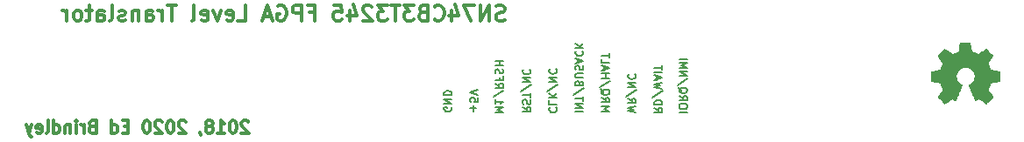
<source format=gbo>
G04 #@! TF.GenerationSoftware,KiCad,Pcbnew,5.1.7*
G04 #@! TF.CreationDate,2020-10-22T00:39:11+01:00*
G04 #@! TF.ProjectId,rc2014-icecore,72633230-3134-42d6-9963-65636f72652e,1*
G04 #@! TF.SameCoordinates,Original*
G04 #@! TF.FileFunction,Legend,Bot*
G04 #@! TF.FilePolarity,Positive*
%FSLAX46Y46*%
G04 Gerber Fmt 4.6, Leading zero omitted, Abs format (unit mm)*
G04 Created by KiCad (PCBNEW 5.1.7) date 2020-10-22 00:39:11*
%MOMM*%
%LPD*%
G01*
G04 APERTURE LIST*
%ADD10C,0.300000*%
%ADD11C,0.190500*%
%ADD12C,0.010000*%
G04 APERTURE END LIST*
D10*
X83142428Y-159985142D02*
X83085285Y-159928000D01*
X82971000Y-159870857D01*
X82685285Y-159870857D01*
X82571000Y-159928000D01*
X82513857Y-159985142D01*
X82456714Y-160099428D01*
X82456714Y-160213714D01*
X82513857Y-160385142D01*
X83199571Y-161070857D01*
X82456714Y-161070857D01*
X81713857Y-159870857D02*
X81599571Y-159870857D01*
X81485285Y-159928000D01*
X81428142Y-159985142D01*
X81371000Y-160099428D01*
X81313857Y-160328000D01*
X81313857Y-160613714D01*
X81371000Y-160842285D01*
X81428142Y-160956571D01*
X81485285Y-161013714D01*
X81599571Y-161070857D01*
X81713857Y-161070857D01*
X81828142Y-161013714D01*
X81885285Y-160956571D01*
X81942428Y-160842285D01*
X81999571Y-160613714D01*
X81999571Y-160328000D01*
X81942428Y-160099428D01*
X81885285Y-159985142D01*
X81828142Y-159928000D01*
X81713857Y-159870857D01*
X80171000Y-161070857D02*
X80856714Y-161070857D01*
X80513857Y-161070857D02*
X80513857Y-159870857D01*
X80628142Y-160042285D01*
X80742428Y-160156571D01*
X80856714Y-160213714D01*
X79485285Y-160385142D02*
X79599571Y-160328000D01*
X79656714Y-160270857D01*
X79713857Y-160156571D01*
X79713857Y-160099428D01*
X79656714Y-159985142D01*
X79599571Y-159928000D01*
X79485285Y-159870857D01*
X79256714Y-159870857D01*
X79142428Y-159928000D01*
X79085285Y-159985142D01*
X79028142Y-160099428D01*
X79028142Y-160156571D01*
X79085285Y-160270857D01*
X79142428Y-160328000D01*
X79256714Y-160385142D01*
X79485285Y-160385142D01*
X79599571Y-160442285D01*
X79656714Y-160499428D01*
X79713857Y-160613714D01*
X79713857Y-160842285D01*
X79656714Y-160956571D01*
X79599571Y-161013714D01*
X79485285Y-161070857D01*
X79256714Y-161070857D01*
X79142428Y-161013714D01*
X79085285Y-160956571D01*
X79028142Y-160842285D01*
X79028142Y-160613714D01*
X79085285Y-160499428D01*
X79142428Y-160442285D01*
X79256714Y-160385142D01*
X78456714Y-161013714D02*
X78456714Y-161070857D01*
X78513857Y-161185142D01*
X78571000Y-161242285D01*
X77085285Y-159985142D02*
X77028142Y-159928000D01*
X76913857Y-159870857D01*
X76628142Y-159870857D01*
X76513857Y-159928000D01*
X76456714Y-159985142D01*
X76399571Y-160099428D01*
X76399571Y-160213714D01*
X76456714Y-160385142D01*
X77142428Y-161070857D01*
X76399571Y-161070857D01*
X75656714Y-159870857D02*
X75542428Y-159870857D01*
X75428142Y-159928000D01*
X75371000Y-159985142D01*
X75313857Y-160099428D01*
X75256714Y-160328000D01*
X75256714Y-160613714D01*
X75313857Y-160842285D01*
X75371000Y-160956571D01*
X75428142Y-161013714D01*
X75542428Y-161070857D01*
X75656714Y-161070857D01*
X75771000Y-161013714D01*
X75828142Y-160956571D01*
X75885285Y-160842285D01*
X75942428Y-160613714D01*
X75942428Y-160328000D01*
X75885285Y-160099428D01*
X75828142Y-159985142D01*
X75771000Y-159928000D01*
X75656714Y-159870857D01*
X74799571Y-159985142D02*
X74742428Y-159928000D01*
X74628142Y-159870857D01*
X74342428Y-159870857D01*
X74228142Y-159928000D01*
X74171000Y-159985142D01*
X74113857Y-160099428D01*
X74113857Y-160213714D01*
X74171000Y-160385142D01*
X74856714Y-161070857D01*
X74113857Y-161070857D01*
X73371000Y-159870857D02*
X73256714Y-159870857D01*
X73142428Y-159928000D01*
X73085285Y-159985142D01*
X73028142Y-160099428D01*
X72971000Y-160328000D01*
X72971000Y-160613714D01*
X73028142Y-160842285D01*
X73085285Y-160956571D01*
X73142428Y-161013714D01*
X73256714Y-161070857D01*
X73371000Y-161070857D01*
X73485285Y-161013714D01*
X73542428Y-160956571D01*
X73599571Y-160842285D01*
X73656714Y-160613714D01*
X73656714Y-160328000D01*
X73599571Y-160099428D01*
X73542428Y-159985142D01*
X73485285Y-159928000D01*
X73371000Y-159870857D01*
X71542428Y-160442285D02*
X71142428Y-160442285D01*
X70971000Y-161070857D02*
X71542428Y-161070857D01*
X71542428Y-159870857D01*
X70971000Y-159870857D01*
X69942428Y-161070857D02*
X69942428Y-159870857D01*
X69942428Y-161013714D02*
X70056714Y-161070857D01*
X70285285Y-161070857D01*
X70399571Y-161013714D01*
X70456714Y-160956571D01*
X70513857Y-160842285D01*
X70513857Y-160499428D01*
X70456714Y-160385142D01*
X70399571Y-160328000D01*
X70285285Y-160270857D01*
X70056714Y-160270857D01*
X69942428Y-160328000D01*
X68056714Y-160442285D02*
X67885285Y-160499428D01*
X67828142Y-160556571D01*
X67771000Y-160670857D01*
X67771000Y-160842285D01*
X67828142Y-160956571D01*
X67885285Y-161013714D01*
X67999571Y-161070857D01*
X68456714Y-161070857D01*
X68456714Y-159870857D01*
X68056714Y-159870857D01*
X67942428Y-159928000D01*
X67885285Y-159985142D01*
X67828142Y-160099428D01*
X67828142Y-160213714D01*
X67885285Y-160328000D01*
X67942428Y-160385142D01*
X68056714Y-160442285D01*
X68456714Y-160442285D01*
X67256714Y-161070857D02*
X67256714Y-160270857D01*
X67256714Y-160499428D02*
X67199571Y-160385142D01*
X67142428Y-160328000D01*
X67028142Y-160270857D01*
X66913857Y-160270857D01*
X66513857Y-161070857D02*
X66513857Y-160270857D01*
X66513857Y-159870857D02*
X66571000Y-159928000D01*
X66513857Y-159985142D01*
X66456714Y-159928000D01*
X66513857Y-159870857D01*
X66513857Y-159985142D01*
X65942428Y-160270857D02*
X65942428Y-161070857D01*
X65942428Y-160385142D02*
X65885285Y-160328000D01*
X65771000Y-160270857D01*
X65599571Y-160270857D01*
X65485285Y-160328000D01*
X65428142Y-160442285D01*
X65428142Y-161070857D01*
X64342428Y-161070857D02*
X64342428Y-159870857D01*
X64342428Y-161013714D02*
X64456714Y-161070857D01*
X64685285Y-161070857D01*
X64799571Y-161013714D01*
X64856714Y-160956571D01*
X64913857Y-160842285D01*
X64913857Y-160499428D01*
X64856714Y-160385142D01*
X64799571Y-160328000D01*
X64685285Y-160270857D01*
X64456714Y-160270857D01*
X64342428Y-160328000D01*
X63599571Y-161070857D02*
X63713857Y-161013714D01*
X63771000Y-160899428D01*
X63771000Y-159870857D01*
X62685285Y-161013714D02*
X62799571Y-161070857D01*
X63028142Y-161070857D01*
X63142428Y-161013714D01*
X63199571Y-160899428D01*
X63199571Y-160442285D01*
X63142428Y-160328000D01*
X63028142Y-160270857D01*
X62799571Y-160270857D01*
X62685285Y-160328000D01*
X62628142Y-160442285D01*
X62628142Y-160556571D01*
X63199571Y-160670857D01*
X62228142Y-160270857D02*
X61942428Y-161070857D01*
X61656714Y-160270857D02*
X61942428Y-161070857D01*
X62056714Y-161356571D01*
X62113857Y-161413714D01*
X62228142Y-161470857D01*
D11*
X124750285Y-159058428D02*
X125512285Y-159058428D01*
X125512285Y-158550428D02*
X125512285Y-158405285D01*
X125476000Y-158332714D01*
X125403428Y-158260142D01*
X125258285Y-158223857D01*
X125004285Y-158223857D01*
X124859142Y-158260142D01*
X124786571Y-158332714D01*
X124750285Y-158405285D01*
X124750285Y-158550428D01*
X124786571Y-158623000D01*
X124859142Y-158695571D01*
X125004285Y-158731857D01*
X125258285Y-158731857D01*
X125403428Y-158695571D01*
X125476000Y-158623000D01*
X125512285Y-158550428D01*
X124750285Y-157461857D02*
X125113142Y-157715857D01*
X124750285Y-157897285D02*
X125512285Y-157897285D01*
X125512285Y-157607000D01*
X125476000Y-157534428D01*
X125439714Y-157498142D01*
X125367142Y-157461857D01*
X125258285Y-157461857D01*
X125185714Y-157498142D01*
X125149428Y-157534428D01*
X125113142Y-157607000D01*
X125113142Y-157897285D01*
X124677714Y-156627285D02*
X124714000Y-156699857D01*
X124786571Y-156772428D01*
X124895428Y-156881285D01*
X124931714Y-156953857D01*
X124931714Y-157026428D01*
X124750285Y-156990142D02*
X124786571Y-157062714D01*
X124859142Y-157135285D01*
X125004285Y-157171571D01*
X125258285Y-157171571D01*
X125403428Y-157135285D01*
X125476000Y-157062714D01*
X125512285Y-156990142D01*
X125512285Y-156845000D01*
X125476000Y-156772428D01*
X125403428Y-156699857D01*
X125258285Y-156663571D01*
X125004285Y-156663571D01*
X124859142Y-156699857D01*
X124786571Y-156772428D01*
X124750285Y-156845000D01*
X124750285Y-156990142D01*
X125548571Y-155792714D02*
X124568857Y-156445857D01*
X124750285Y-155538714D02*
X125512285Y-155538714D01*
X124750285Y-155103285D01*
X125512285Y-155103285D01*
X124750285Y-154740428D02*
X125512285Y-154740428D01*
X124968000Y-154486428D01*
X125512285Y-154232428D01*
X124750285Y-154232428D01*
X124750285Y-153869571D02*
X125512285Y-153869571D01*
X122337285Y-158623000D02*
X122700142Y-158877000D01*
X122337285Y-159058428D02*
X123099285Y-159058428D01*
X123099285Y-158768142D01*
X123063000Y-158695571D01*
X123026714Y-158659285D01*
X122954142Y-158623000D01*
X122845285Y-158623000D01*
X122772714Y-158659285D01*
X122736428Y-158695571D01*
X122700142Y-158768142D01*
X122700142Y-159058428D01*
X122337285Y-158296428D02*
X123099285Y-158296428D01*
X123099285Y-158115000D01*
X123063000Y-158006142D01*
X122990428Y-157933571D01*
X122917857Y-157897285D01*
X122772714Y-157861000D01*
X122663857Y-157861000D01*
X122518714Y-157897285D01*
X122446142Y-157933571D01*
X122373571Y-158006142D01*
X122337285Y-158115000D01*
X122337285Y-158296428D01*
X123135571Y-156990142D02*
X122155857Y-157643285D01*
X123099285Y-156808714D02*
X122337285Y-156627285D01*
X122881571Y-156482142D01*
X122337285Y-156337000D01*
X123099285Y-156155571D01*
X122555000Y-155901571D02*
X122555000Y-155538714D01*
X122337285Y-155974142D02*
X123099285Y-155720142D01*
X122337285Y-155466142D01*
X122337285Y-155212142D02*
X123099285Y-155212142D01*
X123099285Y-154958142D02*
X123099285Y-154522714D01*
X122337285Y-154740428D02*
X123099285Y-154740428D01*
X120559285Y-159112857D02*
X119797285Y-158931428D01*
X120341571Y-158786285D01*
X119797285Y-158641142D01*
X120559285Y-158459714D01*
X119797285Y-157734000D02*
X120160142Y-157988000D01*
X119797285Y-158169428D02*
X120559285Y-158169428D01*
X120559285Y-157879142D01*
X120523000Y-157806571D01*
X120486714Y-157770285D01*
X120414142Y-157734000D01*
X120305285Y-157734000D01*
X120232714Y-157770285D01*
X120196428Y-157806571D01*
X120160142Y-157879142D01*
X120160142Y-158169428D01*
X120595571Y-156863142D02*
X119615857Y-157516285D01*
X119797285Y-156609142D02*
X120559285Y-156609142D01*
X119797285Y-156173714D01*
X120559285Y-156173714D01*
X119869857Y-155375428D02*
X119833571Y-155411714D01*
X119797285Y-155520571D01*
X119797285Y-155593142D01*
X119833571Y-155702000D01*
X119906142Y-155774571D01*
X119978714Y-155810857D01*
X120123857Y-155847142D01*
X120232714Y-155847142D01*
X120377857Y-155810857D01*
X120450428Y-155774571D01*
X120523000Y-155702000D01*
X120559285Y-155593142D01*
X120559285Y-155520571D01*
X120523000Y-155411714D01*
X120486714Y-155375428D01*
X117257285Y-158967714D02*
X118019285Y-158967714D01*
X117475000Y-158713714D01*
X118019285Y-158459714D01*
X117257285Y-158459714D01*
X117257285Y-157661428D02*
X117620142Y-157915428D01*
X117257285Y-158096857D02*
X118019285Y-158096857D01*
X118019285Y-157806571D01*
X117983000Y-157734000D01*
X117946714Y-157697714D01*
X117874142Y-157661428D01*
X117765285Y-157661428D01*
X117692714Y-157697714D01*
X117656428Y-157734000D01*
X117620142Y-157806571D01*
X117620142Y-158096857D01*
X117184714Y-156826857D02*
X117221000Y-156899428D01*
X117293571Y-156972000D01*
X117402428Y-157080857D01*
X117438714Y-157153428D01*
X117438714Y-157226000D01*
X117257285Y-157189714D02*
X117293571Y-157262285D01*
X117366142Y-157334857D01*
X117511285Y-157371142D01*
X117765285Y-157371142D01*
X117910428Y-157334857D01*
X117983000Y-157262285D01*
X118019285Y-157189714D01*
X118019285Y-157044571D01*
X117983000Y-156972000D01*
X117910428Y-156899428D01*
X117765285Y-156863142D01*
X117511285Y-156863142D01*
X117366142Y-156899428D01*
X117293571Y-156972000D01*
X117257285Y-157044571D01*
X117257285Y-157189714D01*
X118055571Y-155992285D02*
X117075857Y-156645428D01*
X117257285Y-155738285D02*
X118019285Y-155738285D01*
X117656428Y-155738285D02*
X117656428Y-155302857D01*
X117257285Y-155302857D02*
X118019285Y-155302857D01*
X117475000Y-154976285D02*
X117475000Y-154613428D01*
X117257285Y-155048857D02*
X118019285Y-154794857D01*
X117257285Y-154540857D01*
X117257285Y-153924000D02*
X117257285Y-154286857D01*
X118019285Y-154286857D01*
X118019285Y-153778857D02*
X118019285Y-153343428D01*
X117257285Y-153561142D02*
X118019285Y-153561142D01*
X114717285Y-159022142D02*
X115479285Y-159022142D01*
X114717285Y-158659285D02*
X115479285Y-158659285D01*
X114717285Y-158223857D01*
X115479285Y-158223857D01*
X115479285Y-157969857D02*
X115479285Y-157534428D01*
X114717285Y-157752142D02*
X115479285Y-157752142D01*
X115515571Y-156736142D02*
X114535857Y-157389285D01*
X115116428Y-156228142D02*
X115080142Y-156119285D01*
X115043857Y-156083000D01*
X114971285Y-156046714D01*
X114862428Y-156046714D01*
X114789857Y-156083000D01*
X114753571Y-156119285D01*
X114717285Y-156191857D01*
X114717285Y-156482142D01*
X115479285Y-156482142D01*
X115479285Y-156228142D01*
X115443000Y-156155571D01*
X115406714Y-156119285D01*
X115334142Y-156083000D01*
X115261571Y-156083000D01*
X115189000Y-156119285D01*
X115152714Y-156155571D01*
X115116428Y-156228142D01*
X115116428Y-156482142D01*
X115479285Y-155720142D02*
X114862428Y-155720142D01*
X114789857Y-155683857D01*
X114753571Y-155647571D01*
X114717285Y-155575000D01*
X114717285Y-155429857D01*
X114753571Y-155357285D01*
X114789857Y-155321000D01*
X114862428Y-155284714D01*
X115479285Y-155284714D01*
X114753571Y-154958142D02*
X114717285Y-154849285D01*
X114717285Y-154667857D01*
X114753571Y-154595285D01*
X114789857Y-154559000D01*
X114862428Y-154522714D01*
X114935000Y-154522714D01*
X115007571Y-154559000D01*
X115043857Y-154595285D01*
X115080142Y-154667857D01*
X115116428Y-154813000D01*
X115152714Y-154885571D01*
X115189000Y-154921857D01*
X115261571Y-154958142D01*
X115334142Y-154958142D01*
X115406714Y-154921857D01*
X115443000Y-154885571D01*
X115479285Y-154813000D01*
X115479285Y-154631571D01*
X115443000Y-154522714D01*
X114935000Y-154232428D02*
X114935000Y-153869571D01*
X114717285Y-154305000D02*
X115479285Y-154051000D01*
X114717285Y-153797000D01*
X114789857Y-153107571D02*
X114753571Y-153143857D01*
X114717285Y-153252714D01*
X114717285Y-153325285D01*
X114753571Y-153434142D01*
X114826142Y-153506714D01*
X114898714Y-153543000D01*
X115043857Y-153579285D01*
X115152714Y-153579285D01*
X115297857Y-153543000D01*
X115370428Y-153506714D01*
X115443000Y-153434142D01*
X115479285Y-153325285D01*
X115479285Y-153252714D01*
X115443000Y-153143857D01*
X115406714Y-153107571D01*
X114717285Y-152781000D02*
X115479285Y-152781000D01*
X114717285Y-152345571D02*
X115152714Y-152672142D01*
X115479285Y-152345571D02*
X115043857Y-152781000D01*
X112249857Y-158604857D02*
X112213571Y-158641142D01*
X112177285Y-158750000D01*
X112177285Y-158822571D01*
X112213571Y-158931428D01*
X112286142Y-159004000D01*
X112358714Y-159040285D01*
X112503857Y-159076571D01*
X112612714Y-159076571D01*
X112757857Y-159040285D01*
X112830428Y-159004000D01*
X112903000Y-158931428D01*
X112939285Y-158822571D01*
X112939285Y-158750000D01*
X112903000Y-158641142D01*
X112866714Y-158604857D01*
X112177285Y-157915428D02*
X112177285Y-158278285D01*
X112939285Y-158278285D01*
X112177285Y-157661428D02*
X112939285Y-157661428D01*
X112177285Y-157226000D02*
X112612714Y-157552571D01*
X112939285Y-157226000D02*
X112503857Y-157661428D01*
X112975571Y-156355142D02*
X111995857Y-157008285D01*
X112177285Y-156101142D02*
X112939285Y-156101142D01*
X112177285Y-155665714D01*
X112939285Y-155665714D01*
X112249857Y-154867428D02*
X112213571Y-154903714D01*
X112177285Y-155012571D01*
X112177285Y-155085142D01*
X112213571Y-155194000D01*
X112286142Y-155266571D01*
X112358714Y-155302857D01*
X112503857Y-155339142D01*
X112612714Y-155339142D01*
X112757857Y-155302857D01*
X112830428Y-155266571D01*
X112903000Y-155194000D01*
X112939285Y-155085142D01*
X112939285Y-155012571D01*
X112903000Y-154903714D01*
X112866714Y-154867428D01*
X109637285Y-158568571D02*
X110000142Y-158822571D01*
X109637285Y-159004000D02*
X110399285Y-159004000D01*
X110399285Y-158713714D01*
X110363000Y-158641142D01*
X110326714Y-158604857D01*
X110254142Y-158568571D01*
X110145285Y-158568571D01*
X110072714Y-158604857D01*
X110036428Y-158641142D01*
X110000142Y-158713714D01*
X110000142Y-159004000D01*
X109673571Y-158278285D02*
X109637285Y-158169428D01*
X109637285Y-157988000D01*
X109673571Y-157915428D01*
X109709857Y-157879142D01*
X109782428Y-157842857D01*
X109855000Y-157842857D01*
X109927571Y-157879142D01*
X109963857Y-157915428D01*
X110000142Y-157988000D01*
X110036428Y-158133142D01*
X110072714Y-158205714D01*
X110109000Y-158242000D01*
X110181571Y-158278285D01*
X110254142Y-158278285D01*
X110326714Y-158242000D01*
X110363000Y-158205714D01*
X110399285Y-158133142D01*
X110399285Y-157951714D01*
X110363000Y-157842857D01*
X110399285Y-157625142D02*
X110399285Y-157189714D01*
X109637285Y-157407428D02*
X110399285Y-157407428D01*
X110435571Y-156391428D02*
X109455857Y-157044571D01*
X109637285Y-156137428D02*
X110399285Y-156137428D01*
X109637285Y-155702000D01*
X110399285Y-155702000D01*
X109709857Y-154903714D02*
X109673571Y-154940000D01*
X109637285Y-155048857D01*
X109637285Y-155121428D01*
X109673571Y-155230285D01*
X109746142Y-155302857D01*
X109818714Y-155339142D01*
X109963857Y-155375428D01*
X110072714Y-155375428D01*
X110217857Y-155339142D01*
X110290428Y-155302857D01*
X110363000Y-155230285D01*
X110399285Y-155121428D01*
X110399285Y-155048857D01*
X110363000Y-154940000D01*
X110326714Y-154903714D01*
X106970285Y-159076571D02*
X107732285Y-159076571D01*
X107188000Y-158822571D01*
X107732285Y-158568571D01*
X106970285Y-158568571D01*
X106970285Y-157806571D02*
X106970285Y-158242000D01*
X106970285Y-158024285D02*
X107732285Y-158024285D01*
X107623428Y-158096857D01*
X107550857Y-158169428D01*
X107514571Y-158242000D01*
X107768571Y-156935714D02*
X106788857Y-157588857D01*
X106970285Y-156246285D02*
X107333142Y-156500285D01*
X106970285Y-156681714D02*
X107732285Y-156681714D01*
X107732285Y-156391428D01*
X107696000Y-156318857D01*
X107659714Y-156282571D01*
X107587142Y-156246285D01*
X107478285Y-156246285D01*
X107405714Y-156282571D01*
X107369428Y-156318857D01*
X107333142Y-156391428D01*
X107333142Y-156681714D01*
X107369428Y-155665714D02*
X107369428Y-155919714D01*
X106970285Y-155919714D02*
X107732285Y-155919714D01*
X107732285Y-155556857D01*
X107006571Y-155302857D02*
X106970285Y-155194000D01*
X106970285Y-155012571D01*
X107006571Y-154940000D01*
X107042857Y-154903714D01*
X107115428Y-154867428D01*
X107188000Y-154867428D01*
X107260571Y-154903714D01*
X107296857Y-154940000D01*
X107333142Y-155012571D01*
X107369428Y-155157714D01*
X107405714Y-155230285D01*
X107442000Y-155266571D01*
X107514571Y-155302857D01*
X107587142Y-155302857D01*
X107659714Y-155266571D01*
X107696000Y-155230285D01*
X107732285Y-155157714D01*
X107732285Y-154976285D01*
X107696000Y-154867428D01*
X106970285Y-154540857D02*
X107732285Y-154540857D01*
X107369428Y-154540857D02*
X107369428Y-154105428D01*
X106970285Y-154105428D02*
X107732285Y-154105428D01*
X102743000Y-158568571D02*
X102779285Y-158641142D01*
X102779285Y-158750000D01*
X102743000Y-158858857D01*
X102670428Y-158931428D01*
X102597857Y-158967714D01*
X102452714Y-159004000D01*
X102343857Y-159004000D01*
X102198714Y-158967714D01*
X102126142Y-158931428D01*
X102053571Y-158858857D01*
X102017285Y-158750000D01*
X102017285Y-158677428D01*
X102053571Y-158568571D01*
X102089857Y-158532285D01*
X102343857Y-158532285D01*
X102343857Y-158677428D01*
X102017285Y-158205714D02*
X102779285Y-158205714D01*
X102017285Y-157770285D01*
X102779285Y-157770285D01*
X102017285Y-157407428D02*
X102779285Y-157407428D01*
X102779285Y-157226000D01*
X102743000Y-157117142D01*
X102670428Y-157044571D01*
X102597857Y-157008285D01*
X102452714Y-156972000D01*
X102343857Y-156972000D01*
X102198714Y-157008285D01*
X102126142Y-157044571D01*
X102053571Y-157117142D01*
X102017285Y-157226000D01*
X102017285Y-157407428D01*
X104847571Y-158967714D02*
X104847571Y-158387142D01*
X104557285Y-158677428D02*
X105137857Y-158677428D01*
X105319285Y-157661428D02*
X105319285Y-158024285D01*
X104956428Y-158060571D01*
X104992714Y-158024285D01*
X105029000Y-157951714D01*
X105029000Y-157770285D01*
X104992714Y-157697714D01*
X104956428Y-157661428D01*
X104883857Y-157625142D01*
X104702428Y-157625142D01*
X104629857Y-157661428D01*
X104593571Y-157697714D01*
X104557285Y-157770285D01*
X104557285Y-157951714D01*
X104593571Y-158024285D01*
X104629857Y-158060571D01*
X105319285Y-157407428D02*
X104557285Y-157153428D01*
X105319285Y-156899428D01*
D10*
X107899714Y-150086142D02*
X107685428Y-150157571D01*
X107328285Y-150157571D01*
X107185428Y-150086142D01*
X107114000Y-150014714D01*
X107042571Y-149871857D01*
X107042571Y-149729000D01*
X107114000Y-149586142D01*
X107185428Y-149514714D01*
X107328285Y-149443285D01*
X107614000Y-149371857D01*
X107756857Y-149300428D01*
X107828285Y-149229000D01*
X107899714Y-149086142D01*
X107899714Y-148943285D01*
X107828285Y-148800428D01*
X107756857Y-148729000D01*
X107614000Y-148657571D01*
X107256857Y-148657571D01*
X107042571Y-148729000D01*
X106399714Y-150157571D02*
X106399714Y-148657571D01*
X105542571Y-150157571D01*
X105542571Y-148657571D01*
X104971142Y-148657571D02*
X103971142Y-148657571D01*
X104614000Y-150157571D01*
X102756857Y-149157571D02*
X102756857Y-150157571D01*
X103114000Y-148586142D02*
X103471142Y-149657571D01*
X102542571Y-149657571D01*
X101114000Y-150014714D02*
X101185428Y-150086142D01*
X101399714Y-150157571D01*
X101542571Y-150157571D01*
X101756857Y-150086142D01*
X101899714Y-149943285D01*
X101971142Y-149800428D01*
X102042571Y-149514714D01*
X102042571Y-149300428D01*
X101971142Y-149014714D01*
X101899714Y-148871857D01*
X101756857Y-148729000D01*
X101542571Y-148657571D01*
X101399714Y-148657571D01*
X101185428Y-148729000D01*
X101114000Y-148800428D01*
X99971142Y-149371857D02*
X99756857Y-149443285D01*
X99685428Y-149514714D01*
X99614000Y-149657571D01*
X99614000Y-149871857D01*
X99685428Y-150014714D01*
X99756857Y-150086142D01*
X99899714Y-150157571D01*
X100471142Y-150157571D01*
X100471142Y-148657571D01*
X99971142Y-148657571D01*
X99828285Y-148729000D01*
X99756857Y-148800428D01*
X99685428Y-148943285D01*
X99685428Y-149086142D01*
X99756857Y-149229000D01*
X99828285Y-149300428D01*
X99971142Y-149371857D01*
X100471142Y-149371857D01*
X99114000Y-148657571D02*
X98185428Y-148657571D01*
X98685428Y-149229000D01*
X98471142Y-149229000D01*
X98328285Y-149300428D01*
X98256857Y-149371857D01*
X98185428Y-149514714D01*
X98185428Y-149871857D01*
X98256857Y-150014714D01*
X98328285Y-150086142D01*
X98471142Y-150157571D01*
X98899714Y-150157571D01*
X99042571Y-150086142D01*
X99114000Y-150014714D01*
X97756857Y-148657571D02*
X96899714Y-148657571D01*
X97328285Y-150157571D02*
X97328285Y-148657571D01*
X96542571Y-148657571D02*
X95614000Y-148657571D01*
X96114000Y-149229000D01*
X95899714Y-149229000D01*
X95756857Y-149300428D01*
X95685428Y-149371857D01*
X95614000Y-149514714D01*
X95614000Y-149871857D01*
X95685428Y-150014714D01*
X95756857Y-150086142D01*
X95899714Y-150157571D01*
X96328285Y-150157571D01*
X96471142Y-150086142D01*
X96542571Y-150014714D01*
X95042571Y-148800428D02*
X94971142Y-148729000D01*
X94828285Y-148657571D01*
X94471142Y-148657571D01*
X94328285Y-148729000D01*
X94256857Y-148800428D01*
X94185428Y-148943285D01*
X94185428Y-149086142D01*
X94256857Y-149300428D01*
X95114000Y-150157571D01*
X94185428Y-150157571D01*
X92899714Y-149157571D02*
X92899714Y-150157571D01*
X93256857Y-148586142D02*
X93614000Y-149657571D01*
X92685428Y-149657571D01*
X91399714Y-148657571D02*
X92114000Y-148657571D01*
X92185428Y-149371857D01*
X92114000Y-149300428D01*
X91971142Y-149229000D01*
X91614000Y-149229000D01*
X91471142Y-149300428D01*
X91399714Y-149371857D01*
X91328285Y-149514714D01*
X91328285Y-149871857D01*
X91399714Y-150014714D01*
X91471142Y-150086142D01*
X91614000Y-150157571D01*
X91971142Y-150157571D01*
X92114000Y-150086142D01*
X92185428Y-150014714D01*
X89042571Y-149371857D02*
X89542571Y-149371857D01*
X89542571Y-150157571D02*
X89542571Y-148657571D01*
X88828285Y-148657571D01*
X88256857Y-150157571D02*
X88256857Y-148657571D01*
X87685428Y-148657571D01*
X87542571Y-148729000D01*
X87471142Y-148800428D01*
X87399714Y-148943285D01*
X87399714Y-149157571D01*
X87471142Y-149300428D01*
X87542571Y-149371857D01*
X87685428Y-149443285D01*
X88256857Y-149443285D01*
X85971142Y-148729000D02*
X86114000Y-148657571D01*
X86328285Y-148657571D01*
X86542571Y-148729000D01*
X86685428Y-148871857D01*
X86756857Y-149014714D01*
X86828285Y-149300428D01*
X86828285Y-149514714D01*
X86756857Y-149800428D01*
X86685428Y-149943285D01*
X86542571Y-150086142D01*
X86328285Y-150157571D01*
X86185428Y-150157571D01*
X85971142Y-150086142D01*
X85899714Y-150014714D01*
X85899714Y-149514714D01*
X86185428Y-149514714D01*
X85328285Y-149729000D02*
X84614000Y-149729000D01*
X85471142Y-150157571D02*
X84971142Y-148657571D01*
X84471142Y-150157571D01*
X82114000Y-150157571D02*
X82828285Y-150157571D01*
X82828285Y-148657571D01*
X81042571Y-150086142D02*
X81185428Y-150157571D01*
X81471142Y-150157571D01*
X81614000Y-150086142D01*
X81685428Y-149943285D01*
X81685428Y-149371857D01*
X81614000Y-149229000D01*
X81471142Y-149157571D01*
X81185428Y-149157571D01*
X81042571Y-149229000D01*
X80971142Y-149371857D01*
X80971142Y-149514714D01*
X81685428Y-149657571D01*
X80471142Y-149157571D02*
X80114000Y-150157571D01*
X79756857Y-149157571D01*
X78614000Y-150086142D02*
X78756857Y-150157571D01*
X79042571Y-150157571D01*
X79185428Y-150086142D01*
X79256857Y-149943285D01*
X79256857Y-149371857D01*
X79185428Y-149229000D01*
X79042571Y-149157571D01*
X78756857Y-149157571D01*
X78614000Y-149229000D01*
X78542571Y-149371857D01*
X78542571Y-149514714D01*
X79256857Y-149657571D01*
X77685428Y-150157571D02*
X77828285Y-150086142D01*
X77899714Y-149943285D01*
X77899714Y-148657571D01*
X76185428Y-148657571D02*
X75328285Y-148657571D01*
X75756857Y-150157571D02*
X75756857Y-148657571D01*
X74828285Y-150157571D02*
X74828285Y-149157571D01*
X74828285Y-149443285D02*
X74756857Y-149300428D01*
X74685428Y-149229000D01*
X74542571Y-149157571D01*
X74399714Y-149157571D01*
X73256857Y-150157571D02*
X73256857Y-149371857D01*
X73328285Y-149229000D01*
X73471142Y-149157571D01*
X73756857Y-149157571D01*
X73899714Y-149229000D01*
X73256857Y-150086142D02*
X73399714Y-150157571D01*
X73756857Y-150157571D01*
X73899714Y-150086142D01*
X73971142Y-149943285D01*
X73971142Y-149800428D01*
X73899714Y-149657571D01*
X73756857Y-149586142D01*
X73399714Y-149586142D01*
X73256857Y-149514714D01*
X72542571Y-149157571D02*
X72542571Y-150157571D01*
X72542571Y-149300428D02*
X72471142Y-149229000D01*
X72328285Y-149157571D01*
X72114000Y-149157571D01*
X71971142Y-149229000D01*
X71899714Y-149371857D01*
X71899714Y-150157571D01*
X71256857Y-150086142D02*
X71114000Y-150157571D01*
X70828285Y-150157571D01*
X70685428Y-150086142D01*
X70614000Y-149943285D01*
X70614000Y-149871857D01*
X70685428Y-149729000D01*
X70828285Y-149657571D01*
X71042571Y-149657571D01*
X71185428Y-149586142D01*
X71256857Y-149443285D01*
X71256857Y-149371857D01*
X71185428Y-149229000D01*
X71042571Y-149157571D01*
X70828285Y-149157571D01*
X70685428Y-149229000D01*
X69756857Y-150157571D02*
X69899714Y-150086142D01*
X69971142Y-149943285D01*
X69971142Y-148657571D01*
X68542571Y-150157571D02*
X68542571Y-149371857D01*
X68614000Y-149229000D01*
X68756857Y-149157571D01*
X69042571Y-149157571D01*
X69185428Y-149229000D01*
X68542571Y-150086142D02*
X68685428Y-150157571D01*
X69042571Y-150157571D01*
X69185428Y-150086142D01*
X69256857Y-149943285D01*
X69256857Y-149800428D01*
X69185428Y-149657571D01*
X69042571Y-149586142D01*
X68685428Y-149586142D01*
X68542571Y-149514714D01*
X68042571Y-149157571D02*
X67471142Y-149157571D01*
X67828285Y-148657571D02*
X67828285Y-149943285D01*
X67756857Y-150086142D01*
X67614000Y-150157571D01*
X67471142Y-150157571D01*
X66756857Y-150157571D02*
X66899714Y-150086142D01*
X66971142Y-150014714D01*
X67042571Y-149871857D01*
X67042571Y-149443285D01*
X66971142Y-149300428D01*
X66899714Y-149229000D01*
X66756857Y-149157571D01*
X66542571Y-149157571D01*
X66399714Y-149229000D01*
X66328285Y-149300428D01*
X66256857Y-149443285D01*
X66256857Y-149871857D01*
X66328285Y-150014714D01*
X66399714Y-150086142D01*
X66542571Y-150157571D01*
X66756857Y-150157571D01*
X65614000Y-150157571D02*
X65614000Y-149157571D01*
X65614000Y-149443285D02*
X65542571Y-149300428D01*
X65471142Y-149229000D01*
X65328285Y-149157571D01*
X65185428Y-149157571D01*
D12*
G36*
X151818786Y-152713731D02*
G01*
X151734965Y-153158355D01*
X151425680Y-153285853D01*
X151116394Y-153413351D01*
X150745354Y-153161046D01*
X150641443Y-153090796D01*
X150547513Y-153028072D01*
X150467948Y-152975738D01*
X150407130Y-152936657D01*
X150369443Y-152913693D01*
X150359179Y-152908742D01*
X150340690Y-152921476D01*
X150301180Y-152956682D01*
X150245078Y-153009862D01*
X150176813Y-153076518D01*
X150100814Y-153152154D01*
X150021508Y-153232272D01*
X149943325Y-153312374D01*
X149870693Y-153387964D01*
X149808041Y-153454545D01*
X149759797Y-153507618D01*
X149730390Y-153542687D01*
X149723359Y-153554423D01*
X149733477Y-153576060D01*
X149761841Y-153623462D01*
X149805471Y-153691993D01*
X149861382Y-153777015D01*
X149926594Y-153873893D01*
X149964381Y-153929150D01*
X150033257Y-154030048D01*
X150094460Y-154121099D01*
X150145022Y-154197770D01*
X150181972Y-154255528D01*
X150202342Y-154289843D01*
X150205403Y-154297054D01*
X150198464Y-154317548D01*
X150179549Y-154365313D01*
X150151513Y-154433632D01*
X150117209Y-154515789D01*
X150079491Y-154605070D01*
X150041213Y-154694758D01*
X150005230Y-154778138D01*
X149974394Y-154848494D01*
X149951561Y-154899110D01*
X149939583Y-154923271D01*
X149938876Y-154924222D01*
X149920069Y-154928836D01*
X149869982Y-154939128D01*
X149793807Y-154954087D01*
X149696735Y-154972701D01*
X149583957Y-154993959D01*
X149518158Y-155006218D01*
X149397650Y-155029162D01*
X149288803Y-155050995D01*
X149197124Y-155070522D01*
X149128119Y-155086548D01*
X149087296Y-155097879D01*
X149079089Y-155101474D01*
X149071052Y-155125806D01*
X149064567Y-155180759D01*
X149059630Y-155259908D01*
X149056236Y-155356826D01*
X149054382Y-155465087D01*
X149054062Y-155578265D01*
X149055273Y-155689935D01*
X149058010Y-155793668D01*
X149062269Y-155883041D01*
X149068045Y-155951626D01*
X149075333Y-155992997D01*
X149079705Y-156001610D01*
X149105836Y-156011933D01*
X149161207Y-156026692D01*
X149238493Y-156044152D01*
X149330370Y-156062580D01*
X149362442Y-156068541D01*
X149517076Y-156096866D01*
X149639225Y-156119676D01*
X149732927Y-156137880D01*
X149802216Y-156152383D01*
X149851129Y-156164092D01*
X149883703Y-156173915D01*
X149903972Y-156182756D01*
X149915974Y-156191524D01*
X149917653Y-156193257D01*
X149934416Y-156221171D01*
X149959986Y-156275495D01*
X149991812Y-156349577D01*
X150027340Y-156436765D01*
X150064017Y-156530408D01*
X150099289Y-156623852D01*
X150130604Y-156710447D01*
X150155407Y-156783540D01*
X150171146Y-156836478D01*
X150175268Y-156862611D01*
X150174924Y-156863526D01*
X150160959Y-156884886D01*
X150129278Y-156931884D01*
X150083209Y-156999627D01*
X150026082Y-157083223D01*
X149961227Y-157177782D01*
X149942757Y-157204654D01*
X149876901Y-157302075D01*
X149818950Y-157390963D01*
X149772062Y-157466212D01*
X149739393Y-157522720D01*
X149724100Y-157555381D01*
X149723359Y-157559393D01*
X149736208Y-157580484D01*
X149771712Y-157622264D01*
X149825307Y-157680245D01*
X149892429Y-157749935D01*
X149968513Y-157826845D01*
X150048996Y-157906483D01*
X150129313Y-157984361D01*
X150204901Y-158055986D01*
X150271195Y-158116870D01*
X150323631Y-158162521D01*
X150357645Y-158188450D01*
X150367055Y-158192683D01*
X150388957Y-158182712D01*
X150433800Y-158155820D01*
X150494279Y-158116536D01*
X150540811Y-158084917D01*
X150625125Y-158026898D01*
X150724974Y-157958584D01*
X150825127Y-157890379D01*
X150878973Y-157853875D01*
X151061229Y-157730600D01*
X151214219Y-157813320D01*
X151283918Y-157849559D01*
X151343186Y-157877726D01*
X151383289Y-157893791D01*
X151393497Y-157896026D01*
X151405771Y-157879522D01*
X151429987Y-157832882D01*
X151464337Y-157760409D01*
X151507012Y-157666406D01*
X151556206Y-157555174D01*
X151610110Y-157431015D01*
X151666916Y-157298232D01*
X151724818Y-157161127D01*
X151782007Y-157024002D01*
X151836676Y-156891158D01*
X151887016Y-156766898D01*
X151931220Y-156655525D01*
X151967481Y-156561339D01*
X151993991Y-156488644D01*
X152008942Y-156441741D01*
X152011346Y-156425633D01*
X151992289Y-156405086D01*
X151950564Y-156371733D01*
X151894894Y-156332502D01*
X151890222Y-156329399D01*
X151746336Y-156214223D01*
X151630317Y-156079853D01*
X151543170Y-155930584D01*
X151485901Y-155770713D01*
X151459514Y-155604537D01*
X151465015Y-155436352D01*
X151503410Y-155270455D01*
X151575705Y-155111142D01*
X151596974Y-155076287D01*
X151707604Y-154935537D01*
X151838298Y-154822514D01*
X151984536Y-154737803D01*
X152141792Y-154681994D01*
X152305543Y-154655674D01*
X152471267Y-154659430D01*
X152634438Y-154693850D01*
X152790535Y-154759523D01*
X152935033Y-154857035D01*
X152979731Y-154896613D01*
X153093488Y-155020503D01*
X153176382Y-155150924D01*
X153233244Y-155297115D01*
X153264913Y-155441888D01*
X153272731Y-155604660D01*
X153246662Y-155768240D01*
X153189355Y-155927098D01*
X153103456Y-156075706D01*
X152991614Y-156208535D01*
X152856477Y-156320056D01*
X152838717Y-156331811D01*
X152782450Y-156370308D01*
X152739677Y-156403663D01*
X152719228Y-156424960D01*
X152718931Y-156425633D01*
X152723321Y-156448671D01*
X152740724Y-156500957D01*
X152769332Y-156578190D01*
X152807335Y-156676068D01*
X152852926Y-156790291D01*
X152904297Y-156916558D01*
X152959638Y-157050567D01*
X153017142Y-157188018D01*
X153074999Y-157324608D01*
X153131402Y-157456037D01*
X153184542Y-157578005D01*
X153232610Y-157686209D01*
X153273799Y-157776349D01*
X153306299Y-157844123D01*
X153328303Y-157885230D01*
X153337164Y-157896026D01*
X153364240Y-157887619D01*
X153414903Y-157865072D01*
X153480417Y-157832413D01*
X153516441Y-157813320D01*
X153669432Y-157730600D01*
X153851688Y-157853875D01*
X153944725Y-157917028D01*
X154046585Y-157986527D01*
X154142038Y-158051965D01*
X154189850Y-158084917D01*
X154257095Y-158130073D01*
X154314036Y-158165857D01*
X154353246Y-158187738D01*
X154365981Y-158192363D01*
X154384517Y-158179885D01*
X154425541Y-158145052D01*
X154485075Y-158091478D01*
X154559142Y-158022783D01*
X154643765Y-157942581D01*
X154697285Y-157891086D01*
X154790919Y-157799086D01*
X154871841Y-157716799D01*
X154936777Y-157647745D01*
X154982458Y-157595444D01*
X155005611Y-157563416D01*
X155007832Y-157556916D01*
X154997524Y-157532194D01*
X154969039Y-157482205D01*
X154925537Y-157412012D01*
X154870177Y-157326675D01*
X154806120Y-157231256D01*
X154787903Y-157204654D01*
X154721527Y-157107967D01*
X154661978Y-157020917D01*
X154612584Y-156948395D01*
X154576675Y-156895293D01*
X154557581Y-156866503D01*
X154555736Y-156863526D01*
X154558495Y-156840582D01*
X154573138Y-156790136D01*
X154597113Y-156718841D01*
X154627866Y-156633347D01*
X154662844Y-156540307D01*
X154699493Y-156446374D01*
X154735261Y-156358199D01*
X154767594Y-156282434D01*
X154793938Y-156225731D01*
X154811742Y-156194743D01*
X154813007Y-156193257D01*
X154823894Y-156184401D01*
X154842282Y-156175643D01*
X154872206Y-156166077D01*
X154917703Y-156154796D01*
X154982809Y-156140893D01*
X155071561Y-156123463D01*
X155187993Y-156101598D01*
X155336142Y-156074391D01*
X155368218Y-156068541D01*
X155463286Y-156050174D01*
X155546165Y-156032205D01*
X155609530Y-156016369D01*
X155646058Y-156004400D01*
X155650956Y-156001610D01*
X155659027Y-155976872D01*
X155665587Y-155921590D01*
X155670633Y-155842189D01*
X155674159Y-155745096D01*
X155676161Y-155636738D01*
X155676636Y-155523540D01*
X155675577Y-155411928D01*
X155672982Y-155308329D01*
X155668846Y-155219168D01*
X155663163Y-155150872D01*
X155655931Y-155109866D01*
X155651571Y-155101474D01*
X155627298Y-155093008D01*
X155572026Y-155079235D01*
X155491262Y-155061350D01*
X155390512Y-155040548D01*
X155275283Y-155018023D01*
X155212502Y-155006218D01*
X155093387Y-154983951D01*
X154987165Y-154963779D01*
X154899027Y-154946715D01*
X154834166Y-154933769D01*
X154797774Y-154925955D01*
X154791784Y-154924222D01*
X154781661Y-154904690D01*
X154760262Y-154857643D01*
X154730439Y-154789803D01*
X154695045Y-154707891D01*
X154656932Y-154618628D01*
X154618953Y-154528735D01*
X154583960Y-154444935D01*
X154554806Y-154373947D01*
X154534343Y-154322494D01*
X154525423Y-154297297D01*
X154525257Y-154296196D01*
X154535369Y-154276319D01*
X154563717Y-154230577D01*
X154607323Y-154163517D01*
X154663206Y-154079684D01*
X154728387Y-153983626D01*
X154766279Y-153928450D01*
X154835325Y-153827281D01*
X154896650Y-153735430D01*
X154947263Y-153657544D01*
X154984171Y-153598269D01*
X155004382Y-153562251D01*
X155007301Y-153554177D01*
X154994753Y-153535384D01*
X154960063Y-153495257D01*
X154907663Y-153438293D01*
X154841984Y-153368985D01*
X154767456Y-153291831D01*
X154688513Y-153211325D01*
X154609583Y-153131963D01*
X154535100Y-153058240D01*
X154469494Y-152994652D01*
X154417196Y-152945694D01*
X154382639Y-152915861D01*
X154371078Y-152908742D01*
X154352254Y-152918753D01*
X154307231Y-152946878D01*
X154240387Y-152990254D01*
X154156099Y-153046018D01*
X154058744Y-153111306D01*
X153985307Y-153161046D01*
X153614267Y-153413351D01*
X152995695Y-153158355D01*
X152911875Y-152713731D01*
X152828054Y-152269107D01*
X151902606Y-152269107D01*
X151818786Y-152713731D01*
G37*
X151818786Y-152713731D02*
X151734965Y-153158355D01*
X151425680Y-153285853D01*
X151116394Y-153413351D01*
X150745354Y-153161046D01*
X150641443Y-153090796D01*
X150547513Y-153028072D01*
X150467948Y-152975738D01*
X150407130Y-152936657D01*
X150369443Y-152913693D01*
X150359179Y-152908742D01*
X150340690Y-152921476D01*
X150301180Y-152956682D01*
X150245078Y-153009862D01*
X150176813Y-153076518D01*
X150100814Y-153152154D01*
X150021508Y-153232272D01*
X149943325Y-153312374D01*
X149870693Y-153387964D01*
X149808041Y-153454545D01*
X149759797Y-153507618D01*
X149730390Y-153542687D01*
X149723359Y-153554423D01*
X149733477Y-153576060D01*
X149761841Y-153623462D01*
X149805471Y-153691993D01*
X149861382Y-153777015D01*
X149926594Y-153873893D01*
X149964381Y-153929150D01*
X150033257Y-154030048D01*
X150094460Y-154121099D01*
X150145022Y-154197770D01*
X150181972Y-154255528D01*
X150202342Y-154289843D01*
X150205403Y-154297054D01*
X150198464Y-154317548D01*
X150179549Y-154365313D01*
X150151513Y-154433632D01*
X150117209Y-154515789D01*
X150079491Y-154605070D01*
X150041213Y-154694758D01*
X150005230Y-154778138D01*
X149974394Y-154848494D01*
X149951561Y-154899110D01*
X149939583Y-154923271D01*
X149938876Y-154924222D01*
X149920069Y-154928836D01*
X149869982Y-154939128D01*
X149793807Y-154954087D01*
X149696735Y-154972701D01*
X149583957Y-154993959D01*
X149518158Y-155006218D01*
X149397650Y-155029162D01*
X149288803Y-155050995D01*
X149197124Y-155070522D01*
X149128119Y-155086548D01*
X149087296Y-155097879D01*
X149079089Y-155101474D01*
X149071052Y-155125806D01*
X149064567Y-155180759D01*
X149059630Y-155259908D01*
X149056236Y-155356826D01*
X149054382Y-155465087D01*
X149054062Y-155578265D01*
X149055273Y-155689935D01*
X149058010Y-155793668D01*
X149062269Y-155883041D01*
X149068045Y-155951626D01*
X149075333Y-155992997D01*
X149079705Y-156001610D01*
X149105836Y-156011933D01*
X149161207Y-156026692D01*
X149238493Y-156044152D01*
X149330370Y-156062580D01*
X149362442Y-156068541D01*
X149517076Y-156096866D01*
X149639225Y-156119676D01*
X149732927Y-156137880D01*
X149802216Y-156152383D01*
X149851129Y-156164092D01*
X149883703Y-156173915D01*
X149903972Y-156182756D01*
X149915974Y-156191524D01*
X149917653Y-156193257D01*
X149934416Y-156221171D01*
X149959986Y-156275495D01*
X149991812Y-156349577D01*
X150027340Y-156436765D01*
X150064017Y-156530408D01*
X150099289Y-156623852D01*
X150130604Y-156710447D01*
X150155407Y-156783540D01*
X150171146Y-156836478D01*
X150175268Y-156862611D01*
X150174924Y-156863526D01*
X150160959Y-156884886D01*
X150129278Y-156931884D01*
X150083209Y-156999627D01*
X150026082Y-157083223D01*
X149961227Y-157177782D01*
X149942757Y-157204654D01*
X149876901Y-157302075D01*
X149818950Y-157390963D01*
X149772062Y-157466212D01*
X149739393Y-157522720D01*
X149724100Y-157555381D01*
X149723359Y-157559393D01*
X149736208Y-157580484D01*
X149771712Y-157622264D01*
X149825307Y-157680245D01*
X149892429Y-157749935D01*
X149968513Y-157826845D01*
X150048996Y-157906483D01*
X150129313Y-157984361D01*
X150204901Y-158055986D01*
X150271195Y-158116870D01*
X150323631Y-158162521D01*
X150357645Y-158188450D01*
X150367055Y-158192683D01*
X150388957Y-158182712D01*
X150433800Y-158155820D01*
X150494279Y-158116536D01*
X150540811Y-158084917D01*
X150625125Y-158026898D01*
X150724974Y-157958584D01*
X150825127Y-157890379D01*
X150878973Y-157853875D01*
X151061229Y-157730600D01*
X151214219Y-157813320D01*
X151283918Y-157849559D01*
X151343186Y-157877726D01*
X151383289Y-157893791D01*
X151393497Y-157896026D01*
X151405771Y-157879522D01*
X151429987Y-157832882D01*
X151464337Y-157760409D01*
X151507012Y-157666406D01*
X151556206Y-157555174D01*
X151610110Y-157431015D01*
X151666916Y-157298232D01*
X151724818Y-157161127D01*
X151782007Y-157024002D01*
X151836676Y-156891158D01*
X151887016Y-156766898D01*
X151931220Y-156655525D01*
X151967481Y-156561339D01*
X151993991Y-156488644D01*
X152008942Y-156441741D01*
X152011346Y-156425633D01*
X151992289Y-156405086D01*
X151950564Y-156371733D01*
X151894894Y-156332502D01*
X151890222Y-156329399D01*
X151746336Y-156214223D01*
X151630317Y-156079853D01*
X151543170Y-155930584D01*
X151485901Y-155770713D01*
X151459514Y-155604537D01*
X151465015Y-155436352D01*
X151503410Y-155270455D01*
X151575705Y-155111142D01*
X151596974Y-155076287D01*
X151707604Y-154935537D01*
X151838298Y-154822514D01*
X151984536Y-154737803D01*
X152141792Y-154681994D01*
X152305543Y-154655674D01*
X152471267Y-154659430D01*
X152634438Y-154693850D01*
X152790535Y-154759523D01*
X152935033Y-154857035D01*
X152979731Y-154896613D01*
X153093488Y-155020503D01*
X153176382Y-155150924D01*
X153233244Y-155297115D01*
X153264913Y-155441888D01*
X153272731Y-155604660D01*
X153246662Y-155768240D01*
X153189355Y-155927098D01*
X153103456Y-156075706D01*
X152991614Y-156208535D01*
X152856477Y-156320056D01*
X152838717Y-156331811D01*
X152782450Y-156370308D01*
X152739677Y-156403663D01*
X152719228Y-156424960D01*
X152718931Y-156425633D01*
X152723321Y-156448671D01*
X152740724Y-156500957D01*
X152769332Y-156578190D01*
X152807335Y-156676068D01*
X152852926Y-156790291D01*
X152904297Y-156916558D01*
X152959638Y-157050567D01*
X153017142Y-157188018D01*
X153074999Y-157324608D01*
X153131402Y-157456037D01*
X153184542Y-157578005D01*
X153232610Y-157686209D01*
X153273799Y-157776349D01*
X153306299Y-157844123D01*
X153328303Y-157885230D01*
X153337164Y-157896026D01*
X153364240Y-157887619D01*
X153414903Y-157865072D01*
X153480417Y-157832413D01*
X153516441Y-157813320D01*
X153669432Y-157730600D01*
X153851688Y-157853875D01*
X153944725Y-157917028D01*
X154046585Y-157986527D01*
X154142038Y-158051965D01*
X154189850Y-158084917D01*
X154257095Y-158130073D01*
X154314036Y-158165857D01*
X154353246Y-158187738D01*
X154365981Y-158192363D01*
X154384517Y-158179885D01*
X154425541Y-158145052D01*
X154485075Y-158091478D01*
X154559142Y-158022783D01*
X154643765Y-157942581D01*
X154697285Y-157891086D01*
X154790919Y-157799086D01*
X154871841Y-157716799D01*
X154936777Y-157647745D01*
X154982458Y-157595444D01*
X155005611Y-157563416D01*
X155007832Y-157556916D01*
X154997524Y-157532194D01*
X154969039Y-157482205D01*
X154925537Y-157412012D01*
X154870177Y-157326675D01*
X154806120Y-157231256D01*
X154787903Y-157204654D01*
X154721527Y-157107967D01*
X154661978Y-157020917D01*
X154612584Y-156948395D01*
X154576675Y-156895293D01*
X154557581Y-156866503D01*
X154555736Y-156863526D01*
X154558495Y-156840582D01*
X154573138Y-156790136D01*
X154597113Y-156718841D01*
X154627866Y-156633347D01*
X154662844Y-156540307D01*
X154699493Y-156446374D01*
X154735261Y-156358199D01*
X154767594Y-156282434D01*
X154793938Y-156225731D01*
X154811742Y-156194743D01*
X154813007Y-156193257D01*
X154823894Y-156184401D01*
X154842282Y-156175643D01*
X154872206Y-156166077D01*
X154917703Y-156154796D01*
X154982809Y-156140893D01*
X155071561Y-156123463D01*
X155187993Y-156101598D01*
X155336142Y-156074391D01*
X155368218Y-156068541D01*
X155463286Y-156050174D01*
X155546165Y-156032205D01*
X155609530Y-156016369D01*
X155646058Y-156004400D01*
X155650956Y-156001610D01*
X155659027Y-155976872D01*
X155665587Y-155921590D01*
X155670633Y-155842189D01*
X155674159Y-155745096D01*
X155676161Y-155636738D01*
X155676636Y-155523540D01*
X155675577Y-155411928D01*
X155672982Y-155308329D01*
X155668846Y-155219168D01*
X155663163Y-155150872D01*
X155655931Y-155109866D01*
X155651571Y-155101474D01*
X155627298Y-155093008D01*
X155572026Y-155079235D01*
X155491262Y-155061350D01*
X155390512Y-155040548D01*
X155275283Y-155018023D01*
X155212502Y-155006218D01*
X155093387Y-154983951D01*
X154987165Y-154963779D01*
X154899027Y-154946715D01*
X154834166Y-154933769D01*
X154797774Y-154925955D01*
X154791784Y-154924222D01*
X154781661Y-154904690D01*
X154760262Y-154857643D01*
X154730439Y-154789803D01*
X154695045Y-154707891D01*
X154656932Y-154618628D01*
X154618953Y-154528735D01*
X154583960Y-154444935D01*
X154554806Y-154373947D01*
X154534343Y-154322494D01*
X154525423Y-154297297D01*
X154525257Y-154296196D01*
X154535369Y-154276319D01*
X154563717Y-154230577D01*
X154607323Y-154163517D01*
X154663206Y-154079684D01*
X154728387Y-153983626D01*
X154766279Y-153928450D01*
X154835325Y-153827281D01*
X154896650Y-153735430D01*
X154947263Y-153657544D01*
X154984171Y-153598269D01*
X155004382Y-153562251D01*
X155007301Y-153554177D01*
X154994753Y-153535384D01*
X154960063Y-153495257D01*
X154907663Y-153438293D01*
X154841984Y-153368985D01*
X154767456Y-153291831D01*
X154688513Y-153211325D01*
X154609583Y-153131963D01*
X154535100Y-153058240D01*
X154469494Y-152994652D01*
X154417196Y-152945694D01*
X154382639Y-152915861D01*
X154371078Y-152908742D01*
X154352254Y-152918753D01*
X154307231Y-152946878D01*
X154240387Y-152990254D01*
X154156099Y-153046018D01*
X154058744Y-153111306D01*
X153985307Y-153161046D01*
X153614267Y-153413351D01*
X152995695Y-153158355D01*
X152911875Y-152713731D01*
X152828054Y-152269107D01*
X151902606Y-152269107D01*
X151818786Y-152713731D01*
M02*

</source>
